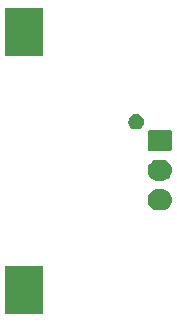
<source format=gbr>
G04 #@! TF.GenerationSoftware,KiCad,Pcbnew,(5.1.2)-2*
G04 #@! TF.CreationDate,2019-07-23T13:22:34-04:00*
G04 #@! TF.ProjectId,light_monitor,6c696768-745f-46d6-9f6e-69746f722e6b,R001*
G04 #@! TF.SameCoordinates,Original*
G04 #@! TF.FileFunction,Soldermask,Bot*
G04 #@! TF.FilePolarity,Negative*
%FSLAX46Y46*%
G04 Gerber Fmt 4.6, Leading zero omitted, Abs format (unit mm)*
G04 Created by KiCad (PCBNEW (5.1.2)-2) date 2019-07-23 13:22:34*
%MOMM*%
%LPD*%
G04 APERTURE LIST*
%ADD10C,0.100000*%
G04 APERTURE END LIST*
D10*
G36*
X114846000Y-120041000D02*
G01*
X111574000Y-120041000D01*
X111574000Y-115979000D01*
X114846000Y-115979000D01*
X114846000Y-120041000D01*
X114846000Y-120041000D01*
G37*
G36*
X124926583Y-109492019D02*
G01*
X124992767Y-109498537D01*
X125162606Y-109550057D01*
X125319131Y-109633722D01*
X125354869Y-109663052D01*
X125456326Y-109746314D01*
X125539588Y-109847771D01*
X125568918Y-109883509D01*
X125652583Y-110040034D01*
X125704103Y-110209873D01*
X125721499Y-110386500D01*
X125704103Y-110563127D01*
X125652583Y-110732966D01*
X125568918Y-110889491D01*
X125539588Y-110925229D01*
X125456326Y-111026686D01*
X125354869Y-111109948D01*
X125319131Y-111139278D01*
X125162606Y-111222943D01*
X124992767Y-111274463D01*
X124926583Y-111280981D01*
X124860400Y-111287500D01*
X124521880Y-111287500D01*
X124455697Y-111280981D01*
X124389513Y-111274463D01*
X124219674Y-111222943D01*
X124063149Y-111139278D01*
X124027411Y-111109948D01*
X123925954Y-111026686D01*
X123842692Y-110925229D01*
X123813362Y-110889491D01*
X123729697Y-110732966D01*
X123678177Y-110563127D01*
X123660781Y-110386500D01*
X123678177Y-110209873D01*
X123729697Y-110040034D01*
X123813362Y-109883509D01*
X123842692Y-109847771D01*
X123925954Y-109746314D01*
X124027411Y-109663052D01*
X124063149Y-109633722D01*
X124219674Y-109550057D01*
X124389513Y-109498537D01*
X124455697Y-109492019D01*
X124521880Y-109485500D01*
X124860400Y-109485500D01*
X124926583Y-109492019D01*
X124926583Y-109492019D01*
G37*
G36*
X124926583Y-106992019D02*
G01*
X124992767Y-106998537D01*
X125162606Y-107050057D01*
X125319131Y-107133722D01*
X125354869Y-107163052D01*
X125456326Y-107246314D01*
X125539588Y-107347771D01*
X125568918Y-107383509D01*
X125652583Y-107540034D01*
X125704103Y-107709873D01*
X125721499Y-107886500D01*
X125704103Y-108063127D01*
X125652583Y-108232966D01*
X125568918Y-108389491D01*
X125539588Y-108425229D01*
X125456326Y-108526686D01*
X125354869Y-108609948D01*
X125319131Y-108639278D01*
X125162606Y-108722943D01*
X124992767Y-108774463D01*
X124926583Y-108780981D01*
X124860400Y-108787500D01*
X124521880Y-108787500D01*
X124455697Y-108780981D01*
X124389513Y-108774463D01*
X124219674Y-108722943D01*
X124063149Y-108639278D01*
X124027411Y-108609948D01*
X123925954Y-108526686D01*
X123842692Y-108425229D01*
X123813362Y-108389491D01*
X123729697Y-108232966D01*
X123678177Y-108063127D01*
X123660781Y-107886500D01*
X123678177Y-107709873D01*
X123729697Y-107540034D01*
X123813362Y-107383509D01*
X123842692Y-107347771D01*
X123925954Y-107246314D01*
X124027411Y-107163052D01*
X124063149Y-107133722D01*
X124219674Y-107050057D01*
X124389513Y-106998537D01*
X124455697Y-106992019D01*
X124521880Y-106985500D01*
X124860400Y-106985500D01*
X124926583Y-106992019D01*
X124926583Y-106992019D01*
G37*
G36*
X125574740Y-104489489D02*
G01*
X125607792Y-104499515D01*
X125638243Y-104515792D01*
X125664939Y-104537701D01*
X125686848Y-104564397D01*
X125703125Y-104594848D01*
X125713151Y-104627900D01*
X125717140Y-104668403D01*
X125717140Y-106104597D01*
X125713151Y-106145100D01*
X125703125Y-106178152D01*
X125686848Y-106208603D01*
X125664939Y-106235299D01*
X125638243Y-106257208D01*
X125607792Y-106273485D01*
X125574740Y-106283511D01*
X125534237Y-106287500D01*
X123848043Y-106287500D01*
X123807540Y-106283511D01*
X123774488Y-106273485D01*
X123744037Y-106257208D01*
X123717341Y-106235299D01*
X123695432Y-106208603D01*
X123679155Y-106178152D01*
X123669129Y-106145100D01*
X123665140Y-106104597D01*
X123665140Y-104668403D01*
X123669129Y-104627900D01*
X123679155Y-104594848D01*
X123695432Y-104564397D01*
X123717341Y-104537701D01*
X123744037Y-104515792D01*
X123774488Y-104499515D01*
X123807540Y-104489489D01*
X123848043Y-104485500D01*
X125534237Y-104485500D01*
X125574740Y-104489489D01*
X125574740Y-104489489D01*
G37*
G36*
X122881030Y-103160517D02*
G01*
X122999504Y-103209591D01*
X123106128Y-103280835D01*
X123196805Y-103371512D01*
X123268049Y-103478136D01*
X123317123Y-103596610D01*
X123342140Y-103722382D01*
X123342140Y-103850618D01*
X123317123Y-103976390D01*
X123268049Y-104094864D01*
X123196805Y-104201488D01*
X123106128Y-104292165D01*
X122999504Y-104363409D01*
X122999503Y-104363410D01*
X122999502Y-104363410D01*
X122881030Y-104412483D01*
X122755259Y-104437500D01*
X122627021Y-104437500D01*
X122501250Y-104412483D01*
X122382778Y-104363410D01*
X122382777Y-104363410D01*
X122382776Y-104363409D01*
X122276152Y-104292165D01*
X122185475Y-104201488D01*
X122114231Y-104094864D01*
X122065157Y-103976390D01*
X122040140Y-103850618D01*
X122040140Y-103722382D01*
X122065157Y-103596610D01*
X122114231Y-103478136D01*
X122185475Y-103371512D01*
X122276152Y-103280835D01*
X122382776Y-103209591D01*
X122501250Y-103160517D01*
X122627021Y-103135500D01*
X122755259Y-103135500D01*
X122881030Y-103160517D01*
X122881030Y-103160517D01*
G37*
G36*
X114846000Y-98241000D02*
G01*
X111574000Y-98241000D01*
X111574000Y-94179000D01*
X114846000Y-94179000D01*
X114846000Y-98241000D01*
X114846000Y-98241000D01*
G37*
M02*

</source>
